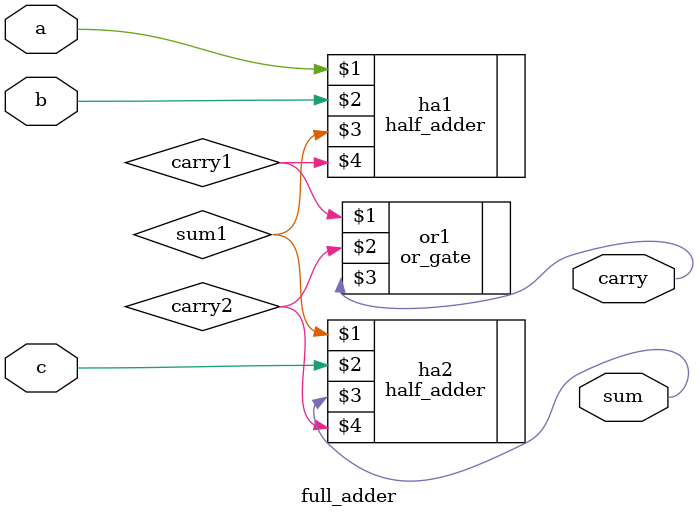
<source format=v>
module full_adder(a, b, c, sum, carry);
    input a, b, c;
    output sum, carry;
    
    wire sum1, carry1, carry2;
    
    // First half adder: A + B
    half_adder ha1(a, b, sum1, carry1);
    
    // Second half adder: (A+B) + C
    half_adder ha2(sum1, c, sum, carry2);
    
    // Final carry: C1 OR C2
    or_gate or1(carry1, carry2, carry);
endmodule
</source>
